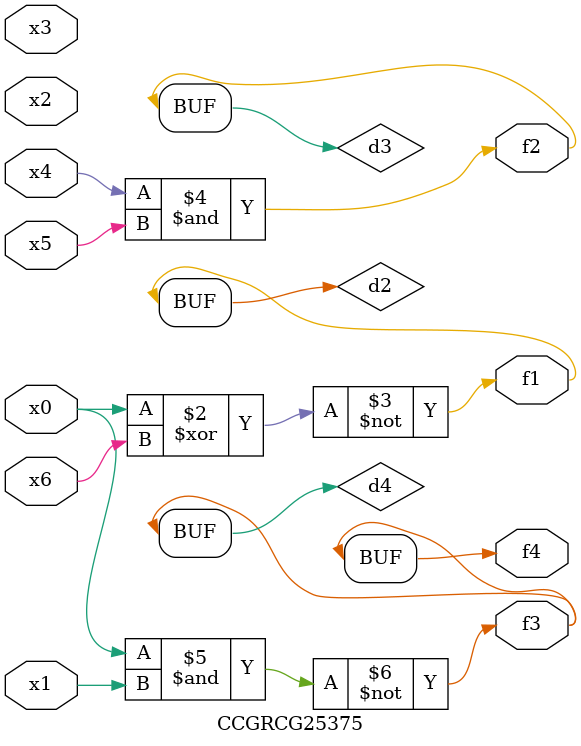
<source format=v>
module CCGRCG25375(
	input x0, x1, x2, x3, x4, x5, x6,
	output f1, f2, f3, f4
);

	wire d1, d2, d3, d4;

	nor (d1, x0);
	xnor (d2, x0, x6);
	and (d3, x4, x5);
	nand (d4, x0, x1);
	assign f1 = d2;
	assign f2 = d3;
	assign f3 = d4;
	assign f4 = d4;
endmodule

</source>
